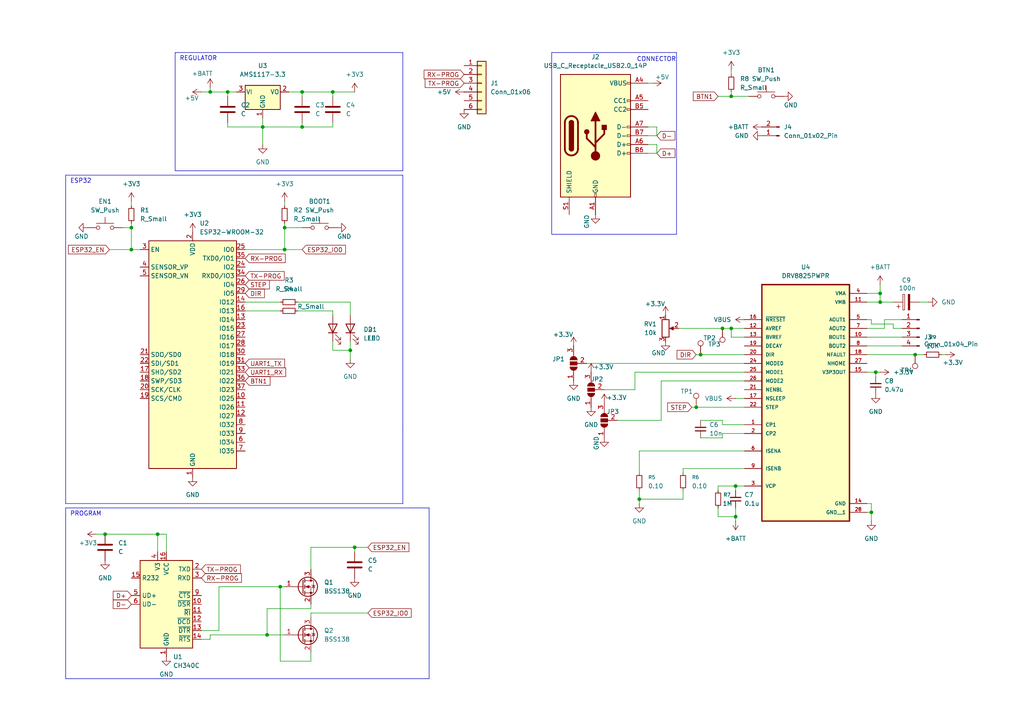
<source format=kicad_sch>
(kicad_sch (version 20250114) (generator "eeschema") (generator_version "9.0")
  (paper "A4")
  (lib_symbols
    (symbol "Connector:Conn_01x02_Pin" (pin_names (offset 1.016) (hide yes))
      (property "Reference" "J" (at 0 2.54 0))
      (property "Value" "Conn_01x02_Pin" (at 0 -5.08 0))
      (symbol "Conn_01x02_Pin_1_1"
        (pin passive line (at 5.08 0 180) (length 3.81) (name "Pin_1") (number "1"))
        (pin passive line (at 5.08 -2.54 180) (length 3.81) (name "Pin_2") (number "2"))
      )
    )
    (symbol "Connector:Conn_01x04_Pin" (pin_names (offset 1.016) (hide yes))
      (property "Reference" "J" (at 0 5.08 0))
      (property "Value" "Conn_01x04_Pin" (at 0 -7.62 0))
      (symbol "Conn_01x04_Pin_1_1"
        (pin passive line (at 5.08 2.54 180) (length 3.81) (name "Pin_1") (number "1"))
        (pin passive line (at 5.08 0 180) (length 3.81) (name "Pin_2") (number "2"))
        (pin passive line (at 5.08 -2.54 180) (length 3.81) (name "Pin_3") (number "3"))
        (pin passive line (at 5.08 -5.08 180) (length 3.81) (name "Pin_4") (number "4"))
      )
    )
    (symbol "Connector:TestPoint" (pin_numbers (hide yes)) (pin_names (offset 0.762) (hide yes))
      (property "Reference" "TP" (at 0 6.858 0))
      (property "Value" "TestPoint" (at 0 5.08 0))
      (symbol "TestPoint_1_1"
        (pin passive line (at 0 0 90) (length 2.54) (name "1") (number "1"))
      )
    )
    (symbol "Connector:USB_C_Receptacle_USB2.0_14P" (pin_names (offset 1.016))
      (property "Reference" "J" (at 0 22.225 0))
      (property "Value" "USB_C_Receptacle_USB2.0_14P" (at 0 19.685 0))
      (symbol "USB_C_Receptacle_USB2.0_14P_1_1"
        (pin passive line (at -7.62 -22.86 90) (length 5.08) (name "SHIELD") (number "S1"))
        (pin passive line (at 0 -22.86 90) (length 5.08) (name "GND") (number "A1"))
        (pin passive line (at 0 -22.86 90) (length 5.08) (hide yes) (name "GND") (number "A12"))
        (pin passive line (at 0 -22.86 90) (length 5.08) (hide yes) (name "GND") (number "B1"))
        (pin passive line (at 0 -22.86 90) (length 5.08) (hide yes) (name "GND") (number "B12"))
        (pin passive line (at 15.24 15.24 180) (length 5.08) (name "VBUS") (number "A4"))
        (pin passive line (at 15.24 15.24 180) (length 5.08) (hide yes) (name "VBUS") (number "A9"))
        (pin passive line (at 15.24 15.24 180) (length 5.08) (hide yes) (name "VBUS") (number "B4"))
        (pin passive line (at 15.24 15.24 180) (length 5.08) (hide yes) (name "VBUS") (number "B9"))
        (pin bidirectional line (at 15.24 10.16 180) (length 5.08) (name "CC1") (number "A5"))
        (pin bidirectional line (at 15.24 7.62 180) (length 5.08) (name "CC2") (number "B5"))
        (pin bidirectional line (at 15.24 2.54 180) (length 5.08) (name "D-") (number "A7"))
        (pin bidirectional line (at 15.24 0 180) (length 5.08) (name "D-") (number "B7"))
        (pin bidirectional line (at 15.24 -2.54 180) (length 5.08) (name "D+") (number "A6"))
        (pin bidirectional line (at 15.24 -5.08 180) (length 5.08) (name "D+") (number "B6"))
      )
    )
    (symbol "Connector_Generic:Conn_01x06" (pin_names (offset 1.016) (hide yes))
      (property "Reference" "J" (at 0 7.62 0))
      (property "Value" "Conn_01x06" (at 0 -10.16 0))
      (symbol "Conn_01x06_1_1"
        (pin passive line (at -5.08 5.08 0) (length 3.81) (name "Pin_1") (number "1"))
        (pin passive line (at -5.08 2.54 0) (length 3.81) (name "Pin_2") (number "2"))
        (pin passive line (at -5.08 0 0) (length 3.81) (name "Pin_3") (number "3"))
        (pin passive line (at -5.08 -2.54 0) (length 3.81) (name "Pin_4") (number "4"))
        (pin passive line (at -5.08 -5.08 0) (length 3.81) (name "Pin_5") (number "5"))
        (pin passive line (at -5.08 -7.62 0) (length 3.81) (name "Pin_6") (number "6"))
      )
    )
    (symbol "DRV8825:DRV8825PWPR" (pin_names (offset 1.016))
      (property "Reference" "U" (at -12.7 34.02 0))
      (property "Value" "DRV8825PWPR" (at -12.7 -39.56 0))
      (symbol "DRV8825PWPR_0_0"
        (pin input line (at -17.78 22.86 0) (length 5.08) (name "~{NRESET}") (number "16"))
        (pin input line (at -17.78 20.32 0) (length 5.08) (name "AVREF") (number "12"))
        (pin input line (at -17.78 17.78 0) (length 5.08) (name "BVREF") (number "13"))
        (pin input line (at -17.78 15.24 0) (length 5.08) (name "DECAY") (number "19"))
        (pin input line (at -17.78 12.7 0) (length 5.08) (name "DIR") (number "20"))
        (pin input line (at -17.78 10.16 0) (length 5.08) (name "MODE0") (number "24"))
        (pin input line (at -17.78 7.62 0) (length 5.08) (name "MODE1") (number "25"))
        (pin input line (at -17.78 5.08 0) (length 5.08) (name "MODE2") (number "26"))
        (pin input line (at -17.78 2.54 0) (length 5.08) (name "NENBL") (number "21"))
        (pin input line (at -17.78 0 0) (length 5.08) (name "NSLEEP") (number "17"))
        (pin input line (at -17.78 -2.54 0) (length 5.08) (name "STEP") (number "22"))
        (pin bidirectional line (at -17.78 -7.62 0) (length 5.08) (name "CP1") (number "1"))
        (pin bidirectional line (at -17.78 -10.16 0) (length 5.08) (name "CP2") (number "2"))
        (pin bidirectional line (at -17.78 -15.24 0) (length 5.08) (name "ISENA") (number "6"))
        (pin bidirectional line (at -17.78 -20.32 0) (length 5.08) (name "ISENB") (number "9"))
        (pin bidirectional line (at -17.78 -25.4 0) (length 5.08) (name "VCP") (number "3"))
        (pin power_in line (at 17.78 30.48 180) (length 5.08) (name "VMA") (number "4"))
        (pin power_in line (at 17.78 27.94 180) (length 5.08) (name "VMB") (number "11"))
        (pin output line (at 17.78 22.86 180) (length 5.08) (name "AOUT1") (number "5"))
        (pin output line (at 17.78 20.32 180) (length 5.08) (name "AOUT2") (number "7"))
        (pin output line (at 17.78 17.78 180) (length 5.08) (name "BOUT1") (number "10"))
        (pin output line (at 17.78 15.24 180) (length 5.08) (name "BOUT2") (number "8"))
        (pin output line (at 17.78 12.7 180) (length 5.08) (name "NFAULT") (number "18"))
        (pin output line (at 17.78 10.16 180) (length 5.08) (name "NHOME") (number "27"))
        (pin output line (at 17.78 7.62 180) (length 5.08) (name "V3P3OUT") (number "15"))
        (pin power_in line (at 17.78 -30.48 180) (length 5.08) (name "GND") (number "14"))
        (pin power_in line (at 17.78 -33.02 180) (length 5.08) (name "GND__1") (number "28"))
      )
    )
    (symbol "Device:C" (pin_numbers (hide yes)) (pin_names (offset 0.254))
      (property "Reference" "C" (at 0.635 2.54 0))
      (property "Value" "C" (at 0.635 -2.54 0))
      (symbol "C_1_1"
        (pin passive line (at 0 3.81 270) (length 2.794) (name "~") (number "1"))
        (pin passive line (at 0 -3.81 90) (length 2.794) (name "~") (number "2"))
      )
    )
    (symbol "Device:C_Polarized" (pin_numbers (hide yes)) (pin_names (offset 0.254))
      (property "Reference" "C" (at 0.635 2.54 0))
      (property "Value" "C_Polarized" (at 0.635 -2.54 0))
      (symbol "C_Polarized_1_1"
        (pin passive line (at 0 3.81 270) (length 2.794) (name "~") (number "1"))
        (pin passive line (at 0 -3.81 90) (length 2.794) (name "~") (number "2"))
      )
    )
    (symbol "Device:C_Small" (pin_numbers (hide yes)) (pin_names (offset 0.254) (hide yes))
      (property "Reference" "C" (at 0.254 1.778 0))
      (property "Value" "C_Small" (at 0.254 -2.032 0))
      (symbol "C_Small_1_1"
        (pin passive line (at 0 2.54 270) (length 2.032) (name "~") (number "1"))
        (pin passive line (at 0 -2.54 90) (length 2.032) (name "~") (number "2"))
      )
    )
    (symbol "Device:LED" (pin_numbers (hide yes)) (pin_names (offset 1.016) (hide yes))
      (property "Reference" "D" (at 0 2.54 0))
      (property "Value" "LED" (at 0 -2.54 0))
      (symbol "LED_1_1"
        (pin passive line (at -3.81 0 0) (length 2.54) (name "K") (number "1"))
        (pin passive line (at 3.81 0 180) (length 2.54) (name "A") (number "2"))
      )
    )
    (symbol "Device:R_Potentiometer" (pin_names (offset 1.016) (hide yes))
      (property "Reference" "RV" (at -4.445 0 90))
      (property "Value" "R_Potentiometer" (at -2.54 0 90))
      (symbol "R_Potentiometer_1_1"
        (pin passive line (at 0 3.81 270) (length 1.27) (name "1") (number "1"))
        (pin passive line (at 0 -3.81 90) (length 1.27) (name "3") (number "3"))
        (pin passive line (at 3.81 0 180) (length 1.27) (name "2") (number "2"))
      )
    )
    (symbol "Device:R_Small" (pin_numbers (hide yes)) (pin_names (offset 0.254) (hide yes))
      (property "Reference" "R" (at 0.762 0.508 0))
      (property "Value" "R_Small" (at 0.762 -1.016 0))
      (symbol "R_Small_1_1"
        (pin passive line (at 0 2.54 270) (length 0.762) (name "~") (number "1"))
        (pin passive line (at 0 -2.54 90) (length 0.762) (name "~") (number "2"))
      )
    )
    (symbol "Interface_USB:CH340C"
      (property "Reference" "U" (at -5.08 13.97 0))
      (property "Value" "CH340C" (at 1.27 13.97 0))
      (symbol "CH340C_1_1"
        (pin input line (at -10.16 7.62 0) (length 2.54) (name "R232") (number "15"))
        (pin bidirectional line (at -10.16 2.54 0) (length 2.54) (name "UD+") (number "5"))
        (pin bidirectional line (at -10.16 0 0) (length 2.54) (name "UD-") (number "6"))
        (pin no_connect line (at -7.62 -7.62 0) (length 2.54) (hide yes) (name "NC") (number "7"))
        (pin no_connect line (at -7.62 -10.16 0) (length 2.54) (hide yes) (name "NC") (number "8"))
        (pin passive line (at -2.54 15.24 270) (length 2.54) (name "V3") (number "4"))
        (pin power_in line (at 0 15.24 270) (length 2.54) (name "VCC") (number "16"))
        (pin power_in line (at 0 -15.24 90) (length 2.54) (name "GND") (number "1"))
        (pin output line (at 10.16 10.16 180) (length 2.54) (name "TXD") (number "2"))
        (pin input line (at 10.16 7.62 180) (length 2.54) (name "RXD") (number "3"))
        (pin input line (at 10.16 2.54 180) (length 2.54) (name "~{CTS}") (number "9"))
        (pin input line (at 10.16 0 180) (length 2.54) (name "~{DSR}") (number "10"))
        (pin input line (at 10.16 -2.54 180) (length 2.54) (name "~{RI}") (number "11"))
        (pin input line (at 10.16 -5.08 180) (length 2.54) (name "~{DCD}") (number "12"))
        (pin output line (at 10.16 -7.62 180) (length 2.54) (name "~{DTR}") (number "13"))
        (pin output line (at 10.16 -10.16 180) (length 2.54) (name "~{RTS}") (number "14"))
      )
    )
    (symbol "Jumper:SolderJumper_3_Open" (pin_names (offset 0) (hide yes)) (in_bom no)
      (property "Reference" "JP" (at -2.54 -2.54 0))
      (property "Value" "SolderJumper_3_Open" (at 0 2.794 0))
      (symbol "SolderJumper_3_Open_1_1"
        (pin passive line (at -5.08 0 0) (length 2.54) (name "A") (number "1"))
        (pin passive line (at 0 -3.81 90) (length 2.54) (name "C") (number "2"))
        (pin passive line (at 5.08 0 180) (length 2.54) (name "B") (number "3"))
      )
    )
    (symbol "RF_Module:ESP32-WROOM-32"
      (property "Reference" "U" (at -12.7 34.29 0))
      (property "Value" "ESP32-WROOM-32" (at 1.27 34.29 0))
      (symbol "ESP32-WROOM-32_1_1"
        (pin input line (at -15.24 30.48 0) (length 2.54) (name "EN") (number "3"))
        (pin input line (at -15.24 25.4 0) (length 2.54) (name "SENSOR_VP") (number "4"))
        (pin input line (at -15.24 22.86 0) (length 2.54) (name "SENSOR_VN") (number "5"))
        (pin bidirectional line (at -15.24 0 0) (length 2.54) (name "SDO/SD0") (number "21"))
        (pin bidirectional line (at -15.24 -2.54 0) (length 2.54) (name "SDI/SD1") (number "22"))
        (pin bidirectional line (at -15.24 -5.08 0) (length 2.54) (name "SHD/SD2") (number "17"))
        (pin bidirectional line (at -15.24 -7.62 0) (length 2.54) (name "SWP/SD3") (number "18"))
        (pin bidirectional line (at -15.24 -10.16 0) (length 2.54) (name "SCK/CLK") (number "20"))
        (pin bidirectional line (at -15.24 -12.7 0) (length 2.54) (name "SCS/CMD") (number "19"))
        (pin no_connect line (at -12.7 -27.94 0) (length 2.54) (hide yes) (name "NC") (number "32"))
        (pin power_in line (at 0 35.56 270) (length 2.54) (name "VDD") (number "2"))
        (pin power_in line (at 0 -35.56 90) (length 2.54) (name "GND") (number "1"))
        (pin passive line (at 0 -35.56 90) (length 2.54) (hide yes) (name "GND") (number "15"))
        (pin passive line (at 0 -35.56 90) (length 2.54) (hide yes) (name "GND") (number "38"))
        (pin passive line (at 0 -35.56 90) (length 2.54) (hide yes) (name "GND") (number "39"))
        (pin bidirectional line (at 15.24 30.48 180) (length 2.54) (name "IO0") (number "25"))
        (pin bidirectional line (at 15.24 27.94 180) (length 2.54) (name "TXD0/IO1") (number "35"))
        (pin bidirectional line (at 15.24 25.4 180) (length 2.54) (name "IO2") (number "24"))
        (pin bidirectional line (at 15.24 22.86 180) (length 2.54) (name "RXD0/IO3") (number "34"))
        (pin bidirectional line (at 15.24 20.32 180) (length 2.54) (name "IO4") (number "26"))
        (pin bidirectional line (at 15.24 17.78 180) (length 2.54) (name "IO5") (number "29"))
        (pin bidirectional line (at 15.24 15.24 180) (length 2.54) (name "IO12") (number "14"))
        (pin bidirectional line (at 15.24 12.7 180) (length 2.54) (name "IO13") (number "16"))
        (pin bidirectional line (at 15.24 10.16 180) (length 2.54) (name "IO14") (number "13"))
        (pin bidirectional line (at 15.24 7.62 180) (length 2.54) (name "IO15") (number "23"))
        (pin bidirectional line (at 15.24 5.08 180) (length 2.54) (name "IO16") (number "27"))
        (pin bidirectional line (at 15.24 2.54 180) (length 2.54) (name "IO17") (number "28"))
        (pin bidirectional line (at 15.24 0 180) (length 2.54) (name "IO18") (number "30"))
        (pin bidirectional line (at 15.24 -2.54 180) (length 2.54) (name "IO19") (number "31"))
        (pin bidirectional line (at 15.24 -5.08 180) (length 2.54) (name "IO21") (number "33"))
        (pin bidirectional line (at 15.24 -7.62 180) (length 2.54) (name "IO22") (number "36"))
        (pin bidirectional line (at 15.24 -10.16 180) (length 2.54) (name "IO23") (number "37"))
        (pin bidirectional line (at 15.24 -12.7 180) (length 2.54) (name "IO25") (number "10"))
        (pin bidirectional line (at 15.24 -15.24 180) (length 2.54) (name "IO26") (number "11"))
        (pin bidirectional line (at 15.24 -17.78 180) (length 2.54) (name "IO27") (number "12"))
        (pin bidirectional line (at 15.24 -20.32 180) (length 2.54) (name "IO32") (number "8"))
        (pin bidirectional line (at 15.24 -22.86 180) (length 2.54) (name "IO33") (number "9"))
        (pin input line (at 15.24 -25.4 180) (length 2.54) (name "IO34") (number "6"))
        (pin input line (at 15.24 -27.94 180) (length 2.54) (name "IO35") (number "7"))
      )
    )
    (symbol "Regulator_Linear:AMS1117-3.3" (pin_names (offset 0.254))
      (property "Reference" "U" (at -3.81 3.175 0))
      (property "Value" "AMS1117-3.3" (at 0 3.175 0))
      (symbol "AMS1117-3.3_1_1"
        (pin power_in line (at -7.62 0 0) (length 2.54) (name "VI") (number "3"))
        (pin power_in line (at 0 -7.62 90) (length 2.54) (name "GND") (number "1"))
        (pin power_out line (at 7.62 0 180) (length 2.54) (name "VO") (number "2"))
      )
    )
    (symbol "Switch:SW_Push" (pin_numbers (hide yes)) (pin_names (offset 1.016) (hide yes))
      (property "Reference" "SW" (at 1.27 2.54 0))
      (property "Value" "SW_Push" (at 0 -1.524 0))
      (symbol "SW_Push_0_1"
        (pin passive line (at -5.08 0 0) (length 2.54) (name "1") (number "1"))
        (pin passive line (at 5.08 0 180) (length 2.54) (name "2") (number "2"))
      )
    )
    (symbol "Transistor_FET:BSS138" (pin_names (hide yes))
      (property "Reference" "Q" (at 5.08 1.905 0))
      (property "Value" "BSS138" (at 5.08 0 0))
      (symbol "BSS138_1_1"
        (pin input line (at -5.08 0 0) (length 2.54) (name "G") (number "1"))
        (pin passive line (at 2.54 5.08 270) (length 2.54) (name "D") (number "3"))
        (pin passive line (at 2.54 -5.08 90) (length 2.54) (name "S") (number "2"))
      )
    )
    (symbol "power:+3.3V" (power) (pin_numbers (hide yes)) (pin_names (offset 0) (hide yes))
      (property "Value" "+3.3V" (at 0 3.556 0))
      (symbol "+3.3V_1_1"
        (pin power_in line (at 0 0 90) (length 0) (name "~") (number "1"))
      )
    )
    (symbol "power:+3V3" (power) (pin_names (offset 0))
      (property "Value" "+3V3" (at 0 3.556 0))
      (symbol "+3V3_1_1"
        (pin power_in line (at 0 0 90) (length 0) (hide yes) (name "+3V3") (number "1"))
      )
    )
    (symbol "power:+5V" (power) (pin_numbers (hide yes)) (pin_names (offset 0) (hide yes))
      (property "Value" "+5V" (at 0 3.556 0))
      (symbol "+5V_1_1"
        (pin power_in line (at 0 0 90) (length 0) (name "~") (number "1"))
      )
    )
    (symbol "power:+BATT" (power) (pin_numbers (hide yes)) (pin_names (offset 0) (hide yes))
      (property "Value" "+BATT" (at 0 3.556 0))
      (symbol "+BATT_1_1"
        (pin power_in line (at 0 0 90) (length 0) (name "~") (number "1"))
      )
    )
    (symbol "power:GND" (power) (pin_numbers (hide yes)) (pin_names (offset 0) (hide yes))
      (property "Value" "GND" (at 0 -3.81 0))
      (symbol "GND_1_1"
        (pin power_in line (at 0 0 270) (length 0) (name "~") (number "1"))
      )
    )
    (symbol "power:VBUS" (power) (pin_numbers (hide yes)) (pin_names (offset 0) (hide yes))
      (property "Value" "VBUS" (at 0 3.556 0))
      (symbol "VBUS_1_1"
        (pin power_in line (at 0 0 90) (length 0) (name "~") (number "1"))
      )
    )
  )
  (text "REGULATOR" (at 52.07 17.78 0) (effects (font (size 1.27 1.27)) (justify left bottom)))
  (text "ESP32\n" (at 20.32 53.34 0) (effects (font (size 1.27 1.27)) (justify left bottom)))
  (text "PROGRAM" (at 20.32 149.86 0) (effects (font (size 1.27 1.27)) (justify left bottom)))
  (text "CONNECTOR" (at 184.658 18.034 0) (effects (font (size 1.27 1.27)) (justify left bottom)))
  (junction (at 96.52 26.67))
  (junction (at 81.28 170.18))
  (junction (at 254 107.95))
  (junction (at 213.36 140.97))
  (junction (at 87.63 26.67))
  (junction (at 201.93 118.11))
  (junction (at 185.42 144.78))
  (junction (at 30.48 154.94))
  (junction (at 87.63 36.83))
  (junction (at 212.09 95.25))
  (junction (at 82.55 72.39))
  (junction (at 203.2 102.87))
  (junction (at 101.6 101.6))
  (junction (at 66.04 26.67))
  (junction (at 45.72 154.94))
  (junction (at 213.36 149.86))
  (junction (at 255.27 87.63))
  (junction (at 102.87 158.75))
  (junction (at 212.09 27.94))
  (junction (at 38.1 66.04))
  (junction (at 265.43 102.87))
  (junction (at 38.1 72.39))
  (junction (at 76.2 36.83))
  (junction (at 77.47 184.15))
  (junction (at 82.55 66.04))
  (junction (at 60.96 26.67))
  (junction (at 209.55 95.25))
  (junction (at 255.27 85.09))
  (junction (at 252.73 148.59))
  (wire (pts (xy 87.63 36.83) (xy 76.2 36.83)))
  (wire (pts (xy 63.5 170.18) (xy 81.28 170.18)))
  (wire (pts (xy 48.26 154.94) (xy 45.72 154.94)))
  (wire (pts (xy 96.52 90.17) (xy 96.52 91.44)))
  (wire (pts (xy 90.17 177.8) (xy 106.68 177.8)))
  (wire (pts (xy 187.96 24.13) (xy 189.23 24.13)))
  (wire (pts (xy 185.42 144.78) (xy 198.12 144.78)))
  (wire (pts (xy 58.42 185.42) (xy 60.96 185.42)))
  (wire (pts (xy 82.55 72.39) (xy 71.12 72.39)))
  (wire (pts (xy 208.28 149.86) (xy 213.36 149.86)))
  (wire (pts (xy 82.55 184.15) (xy 77.47 184.15)))
  (wire (pts (xy 215.9 123.19) (xy 209.55 123.19)))
  (wire (pts (xy 252.73 148.59) (xy 252.73 151.13)))
  (polyline (pts (xy 50.8 15.24) (xy 116.84 15.24)))
  (polyline (pts (xy 19.05 196.85) (xy 124.46 196.85)))
  (wire (pts (xy 76.2 34.29) (xy 76.2 36.83)))
  (wire (pts (xy 63.5 170.18) (xy 63.5 182.88)))
  (wire (pts (xy 38.1 72.39) (xy 40.64 72.39)))
  (wire (pts (xy 252.73 93.98) (xy 252.73 92.71)))
  (wire (pts (xy 213.36 140.97) (xy 215.9 140.97)))
  (wire (pts (xy 198.12 142.24) (xy 198.12 144.78)))
  (wire (pts (xy 251.46 85.09) (xy 255.27 85.09)))
  (wire (pts (xy 215.9 130.81) (xy 185.42 130.81)))
  (wire (pts (xy 256.54 95.25) (xy 256.54 92.71)))
  (polyline (pts (xy 19.05 147.32) (xy 19.05 196.85)))
  (wire (pts (xy 90.17 189.23) (xy 90.17 191.77)))
  (wire (pts (xy 254 109.22) (xy 254 107.95)))
  (polyline (pts (xy 196.215 15.24) (xy 160.02 15.24)))
  (wire (pts (xy 201.93 118.11) (xy 215.9 118.11)))
  (wire (pts (xy 48.26 160.02) (xy 48.26 154.94)))
  (wire (pts (xy 209.55 95.25) (xy 212.09 95.25)))
  (polyline (pts (xy 116.84 50.8) (xy 19.05 50.8)))
  (wire (pts (xy 187.96 44.45) (xy 190.5 44.45)))
  (wire (pts (xy 31.75 72.39) (xy 38.1 72.39)))
  (wire (pts (xy 190.5 36.83) (xy 190.5 39.37)))
  (wire (pts (xy 212.09 95.25) (xy 215.9 95.25)))
  (wire (pts (xy 200.66 118.11) (xy 201.93 118.11)))
  (wire (pts (xy 251.46 148.59) (xy 252.73 148.59)))
  (wire (pts (xy 266.7 87.63) (xy 269.24 87.63)))
  (polyline (pts (xy 160.02 15.24) (xy 160.02 67.945)))
  (wire (pts (xy 81.28 191.77) (xy 81.28 170.18)))
  (wire (pts (xy 196.85 95.25) (xy 209.55 95.25)))
  (wire (pts (xy 212.09 20.32) (xy 212.09 21.59)))
  (wire (pts (xy 86.36 90.17) (xy 96.52 90.17)))
  (wire (pts (xy 187.96 39.37) (xy 190.5 39.37)))
  (wire (pts (xy 208.28 27.94) (xy 212.09 27.94)))
  (wire (pts (xy 259.08 95.25) (xy 259.08 93.98)))
  (wire (pts (xy 259.08 93.98) (xy 252.73 93.98)))
  (wire (pts (xy 251.46 102.87) (xy 265.43 102.87)))
  (wire (pts (xy 87.63 72.39) (xy 82.55 72.39)))
  (wire (pts (xy 102.87 158.75) (xy 102.87 160.02)))
  (polyline (pts (xy 50.8 49.53) (xy 50.8 15.24)))
  (wire (pts (xy 38.1 64.77) (xy 38.1 66.04)))
  (wire (pts (xy 38.1 66.04) (xy 35.56 66.04)))
  (wire (pts (xy 96.52 101.6) (xy 101.6 101.6)))
  (polyline (pts (xy 124.46 147.32) (xy 19.05 147.32)))
  (wire (pts (xy 90.17 176.53) (xy 77.47 176.53)))
  (wire (pts (xy 254 107.95) (xy 251.46 107.95)))
  (polyline (pts (xy 116.84 15.24) (xy 116.84 49.53)))
  (wire (pts (xy 212.09 95.25) (xy 212.09 97.79)))
  (wire (pts (xy 255.27 87.63) (xy 251.46 87.63)))
  (wire (pts (xy 90.17 165.1) (xy 90.17 158.75)))
  (wire (pts (xy 101.6 99.06) (xy 101.6 101.6)))
  (wire (pts (xy 251.46 95.25) (xy 256.54 95.25)))
  (wire (pts (xy 45.72 160.02) (xy 45.72 154.94)))
  (wire (pts (xy 215.9 107.95) (xy 184.15 107.95)))
  (wire (pts (xy 96.52 26.67) (xy 102.87 26.67)))
  (wire (pts (xy 82.55 72.39) (xy 82.55 66.04)))
  (polyline (pts (xy 196.215 67.945) (xy 196.215 15.24)))
  (wire (pts (xy 90.17 158.75) (xy 102.87 158.75)))
  (wire (pts (xy 90.17 175.26) (xy 90.17 176.53)))
  (wire (pts (xy 102.87 158.75) (xy 106.68 158.75)))
  (polyline (pts (xy 116.84 124.46) (xy 116.84 146.05)))
  (wire (pts (xy 213.36 142.24) (xy 213.36 140.97)))
  (wire (pts (xy 81.28 170.18) (xy 82.55 170.18)))
  (wire (pts (xy 82.55 58.42) (xy 82.55 59.69)))
  (polyline (pts (xy 124.46 196.85) (xy 124.46 147.32)))
  (polyline (pts (xy 19.05 146.05) (xy 116.84 146.05)))
  (wire (pts (xy 66.04 36.83) (xy 76.2 36.83)))
  (wire (pts (xy 87.63 27.94) (xy 87.63 26.67)))
  (wire (pts (xy 175.26 113.03) (xy 184.15 113.03)))
  (wire (pts (xy 60.96 185.42) (xy 60.96 184.15)))
  (polyline (pts (xy 19.05 50.8) (xy 19.05 146.05)))
  (wire (pts (xy 66.04 26.67) (xy 68.58 26.67)))
  (wire (pts (xy 83.82 26.67) (xy 87.63 26.67)))
  (wire (pts (xy 77.47 176.53) (xy 77.47 184.15)))
  (wire (pts (xy 203.2 127) (xy 209.55 127)))
  (wire (pts (xy 265.43 102.87) (xy 267.97 102.87)))
  (wire (pts (xy 215.9 125.73) (xy 209.55 125.73)))
  (wire (pts (xy 212.09 26.67) (xy 212.09 27.94)))
  (wire (pts (xy 185.42 130.81) (xy 185.42 137.16)))
  (wire (pts (xy 66.04 35.56) (xy 66.04 36.83)))
  (wire (pts (xy 101.6 87.63) (xy 101.6 91.44)))
  (wire (pts (xy 179.07 121.92) (xy 191.77 121.92)))
  (wire (pts (xy 213.36 149.86) (xy 213.36 147.32)))
  (wire (pts (xy 90.17 191.77) (xy 81.28 191.77)))
  (wire (pts (xy 191.77 110.49) (xy 215.9 110.49)))
  (wire (pts (xy 185.42 144.78) (xy 185.42 146.05)))
  (wire (pts (xy 101.6 101.6) (xy 101.6 104.14)))
  (wire (pts (xy 86.36 87.63) (xy 101.6 87.63)))
  (wire (pts (xy 261.62 95.25) (xy 259.08 95.25)))
  (wire (pts (xy 213.36 115.57) (xy 215.9 115.57)))
  (polyline (pts (xy 116.84 124.46) (xy 116.84 50.8)))
  (wire (pts (xy 60.96 25.4) (xy 60.96 26.67)))
  (wire (pts (xy 96.52 35.56) (xy 96.52 36.83)))
  (polyline (pts (xy 116.84 49.53) (xy 50.8 49.53)))
  (wire (pts (xy 254 107.95) (xy 255.27 107.95)))
  (wire (pts (xy 209.55 125.73) (xy 209.55 127)))
  (wire (pts (xy 203.2 102.87) (xy 215.9 102.87)))
  (wire (pts (xy 90.17 179.07) (xy 90.17 177.8)))
  (wire (pts (xy 212.09 27.94) (xy 217.17 27.94)))
  (wire (pts (xy 87.63 35.56) (xy 87.63 36.83)))
  (wire (pts (xy 27.94 154.94) (xy 30.48 154.94)))
  (wire (pts (xy 38.1 58.42) (xy 38.1 59.69)))
  (wire (pts (xy 60.96 26.67) (xy 66.04 26.67)))
  (wire (pts (xy 30.48 154.94) (xy 45.72 154.94)))
  (wire (pts (xy 203.2 121.92) (xy 209.55 121.92)))
  (wire (pts (xy 184.15 107.95) (xy 184.15 113.03)))
  (wire (pts (xy 213.36 151.13) (xy 213.36 149.86)))
  (wire (pts (xy 96.52 99.06) (xy 96.52 101.6)))
  (wire (pts (xy 255.27 85.09) (xy 255.27 87.63)))
  (wire (pts (xy 208.28 147.32) (xy 208.28 149.86)))
  (wire (pts (xy 76.2 36.83) (xy 76.2 41.91)))
  (wire (pts (xy 215.9 97.79) (xy 212.09 97.79)))
  (wire (pts (xy 255.27 87.63) (xy 259.08 87.63)))
  (wire (pts (xy 209.55 123.19) (xy 209.55 121.92)))
  (wire (pts (xy 58.42 26.67) (xy 60.96 26.67)))
  (wire (pts (xy 190.5 41.91) (xy 190.5 44.45)))
  (wire (pts (xy 251.46 100.33) (xy 261.62 100.33)))
  (wire (pts (xy 87.63 26.67) (xy 96.52 26.67)))
  (wire (pts (xy 198.12 135.89) (xy 198.12 137.16)))
  (wire (pts (xy 96.52 27.94) (xy 96.52 26.67)))
  (wire (pts (xy 96.52 36.83) (xy 87.63 36.83)))
  (wire (pts (xy 251.46 97.79) (xy 261.62 97.79)))
  (wire (pts (xy 252.73 146.05) (xy 252.73 148.59)))
  (wire (pts (xy 255.27 82.55) (xy 255.27 85.09)))
  (wire (pts (xy 82.55 64.77) (xy 82.55 66.04)))
  (wire (pts (xy 187.96 41.91) (xy 190.5 41.91)))
  (wire (pts (xy 215.9 135.89) (xy 198.12 135.89)))
  (wire (pts (xy 71.12 87.63) (xy 81.28 87.63)))
  (wire (pts (xy 38.1 72.39) (xy 38.1 66.04)))
  (wire (pts (xy 66.04 26.67) (xy 66.04 27.94)))
  (wire (pts (xy 251.46 146.05) (xy 252.73 146.05)))
  (wire (pts (xy 60.96 184.15) (xy 77.47 184.15)))
  (wire (pts (xy 273.05 102.87) (xy 274.32 102.87)))
  (wire (pts (xy 82.55 66.04) (xy 87.63 66.04)))
  (wire (pts (xy 208.28 140.97) (xy 213.36 140.97)))
  (wire (pts (xy 185.42 142.24) (xy 185.42 144.78)))
  (wire (pts (xy 191.77 121.92) (xy 191.77 110.49)))
  (polyline (pts (xy 160.02 67.945) (xy 196.215 67.945)))
  (wire (pts (xy 252.73 92.71) (xy 251.46 92.71)))
  (wire (pts (xy 170.18 105.41) (xy 215.9 105.41)))
  (wire (pts (xy 201.93 102.87) (xy 203.2 102.87)))
  (wire (pts (xy 187.96 36.83) (xy 190.5 36.83)))
  (wire (pts (xy 58.42 182.88) (xy 63.5 182.88)))
  (wire (pts (xy 256.54 92.71) (xy 261.62 92.71)))
  (wire (pts (xy 208.28 142.24) (xy 208.28 140.97)))
  (wire (pts (xy 71.12 90.17) (xy 81.28 90.17)))
  (global_label "BTN1" (shape input) (at 71.12 110.49 0) (property "Intersheetrefs" "${INTERSHEET_REFS}" (effects (hide yes))))
  (global_label "D-" (shape input) (at 38.1 175.26 180) (property "Intersheetrefs" "${INTERSHEET_REFS}" (effects (hide yes))))
  (global_label "STEP" (shape input) (at 71.12 82.55 0) (property "Intersheetrefs" "${INTERSHEET_REFS}" (effects (hide yes))))
  (global_label "ESP32_IO0" (shape input) (at 87.63 72.39 0) (property "Intersheetrefs" "${INTERSHEET_REFS}" (effects (hide yes))))
  (global_label "UART1_RX" (shape input) (at 71.12 107.95 0) (property "Intersheetrefs" "${INTERSHEET_REFS}" (effects (hide yes))))
  (global_label "ESP32_EN" (shape input) (at 106.68 158.75 0) (property "Intersheetrefs" "${INTERSHEET_REFS}" (effects (hide yes))))
  (global_label "DIR" (shape input) (at 71.12 85.09 0) (property "Intersheetrefs" "${INTERSHEET_REFS}" (effects (hide yes))))
  (global_label "TX-PROG" (shape input) (at 71.12 80.01 0) (property "Intersheetrefs" "${INTERSHEET_REFS}" (effects (hide yes))))
  (global_label "D+" (shape input) (at 190.5 44.45 0) (property "Intersheetrefs" "${INTERSHEET_REFS}" (effects (hide yes))))
  (global_label "UART1_TX" (shape input) (at 71.12 105.41 0) (property "Intersheetrefs" "${INTERSHEET_REFS}" (effects (hide yes))))
  (global_label "ESP32_IO0" (shape input) (at 106.68 177.8 0) (property "Intersheetrefs" "${INTERSHEET_REFS}" (effects (hide yes))))
  (global_label "RX-PROG" (shape input) (at 134.62 21.59 180) (property "Intersheetrefs" "${INTERSHEET_REFS}" (effects (hide yes))))
  (global_label "D+" (shape input) (at 38.1 172.72 180) (property "Intersheetrefs" "${INTERSHEET_REFS}" (effects (hide yes))))
  (global_label "BTN1" (shape input) (at 208.28 27.94 180) (property "Intersheetrefs" "${INTERSHEET_REFS}" (effects (hide yes))))
  (global_label "STEP" (shape input) (at 200.66 118.11 180) (property "Intersheetrefs" "${INTERSHEET_REFS}" (effects (hide yes))))
  (global_label "TX-PROG" (shape input) (at 58.42 165.1 0) (property "Intersheetrefs" "${INTERSHEET_REFS}" (effects (hide yes))))
  (global_label "ESP32_EN" (shape input) (at 31.75 72.39 180) (property "Intersheetrefs" "${INTERSHEET_REFS}" (effects (hide yes))))
  (global_label "TX-PROG" (shape input) (at 134.62 24.13 180) (property "Intersheetrefs" "${INTERSHEET_REFS}" (effects (hide yes))))
  (global_label "D-" (shape input) (at 190.5 39.37 0) (property "Intersheetrefs" "${INTERSHEET_REFS}" (effects (hide yes))))
  (global_label "DIR" (shape input) (at 201.93 102.87 180) (property "Intersheetrefs" "${INTERSHEET_REFS}" (effects (hide yes))))
  (global_label "RX-PROG" (shape input) (at 58.42 167.64 0) (property "Intersheetrefs" "${INTERSHEET_REFS}" (effects (hide yes))))
  (global_label "RX-PROG" (shape input) (at 71.12 74.93 0) (property "Intersheetrefs" "${INTERSHEET_REFS}" (effects (hide yes))))
  (symbol (lib_id "Jumper:SolderJumper_3_Open") (at 166.37 105.41 90) (unit 1) (in_bom no)
    (property "Reference" "JP1" (at 163.83 104.1399 90) (effects (justify left)))
    (property "Value" "SolderJumper_3_Open" (effects (hide yes)))
    (property "Footprint" "Jumper:SolderJumper-3_P1.3mm_Open_RoundedPad1.0x1.5mm" (effects (hide yes)))
    (property "Description" "Solder Jumper, 3-pole, open" (effects (hide yes)))
  )
  (symbol (lib_id "power:+3.3V") (at 166.37 100.33 0) (unit 1)
    (property "Reference" "#PWR019" (effects (hide yes)))
    (property "Value" "+3.3V" (at 163.322 97.028 0))
    (property "Description" "Power symbol creates a global label with name \"+3.3V\"" (effects (hide yes)))
  )
  (symbol (lib_id "power:GND") (at 252.73 151.13 0) (unit 1)
    (property "Reference" "#PWR033" (effects (hide yes)))
    (property "Value" "GND" (at 252.73 156.21 0))
    (property "Description" "Power symbol creates a global label with name \"GND\" , ground" (effects (hide yes)))
  )
  (symbol (lib_id "Device:C_Small") (at 203.2 124.46 180) (unit 1)
    (property "Reference" "C6" (at 205.74 123.1835 0) (effects (justify right)))
    (property "Value" "10n" (at 205.74 125.7235 0) (effects (justify right)))
    (property "Footprint" "Capacitor_SMD:C_0603_1608Metric" (effects (hide yes)))
    (property "Description" "Unpolarized capacitor, small symbol" (effects (hide yes)))
  )
  (symbol (lib_id "power:GND") (at 76.2 41.91 0) (unit 1)
    (property "Reference" "#PWR09" (effects (hide yes)))
    (property "Value" "GND" (at 76.2 46.99 0))
  )
  (symbol (lib_id "Transistor_FET:BSS138") (at 87.63 184.15 0) (unit 1)
    (property "Reference" "Q2" (at 93.98 182.8799 0) (effects (justify left)))
    (property "Value" "BSS138" (at 93.98 185.4199 0) (effects (justify left)))
    (property "Footprint" "Package_TO_SOT_SMD:SOT-23" (effects (hide yes)))
    (property "Datasheet" "https://www.onsemi.com/pub/Collateral/BSS138-D.PDF" (effects (hide yes)))
    (property "LCSC" "C7420338" (effects (hide yes)))
  )
  (symbol (lib_id "power:+3V3") (at 55.88 67.31 0) (unit 1)
    (property "Reference" "#PWR07" (effects (hide yes)))
    (property "Value" "+3V3" (at 55.88 62.23 0))
  )
  (symbol (lib_id "power:GND") (at 220.98 39.37 270) (unit 1)
    (property "Reference" "#PWR039" (effects (hide yes)))
    (property "Value" "GND" (at 217.17 39.3699 90) (effects (justify right)))
    (property "Description" "Power symbol creates a global label with name \"GND\" , ground" (effects (hide yes)))
  )
  (symbol (lib_id "Interface_USB:CH340C") (at 48.26 175.26 0) (unit 1)
    (property "Reference" "U1" (at 50.2159 190.5 0) (effects (justify left)))
    (property "Value" "CH340C" (at 50.2159 193.04 0) (effects (justify left)))
    (property "Footprint" "Package_SO:SOIC-16_3.9x9.9mm_P1.27mm" (effects (hide yes)))
    (property "Datasheet" "https://datasheet.lcsc.com/szlcsc/Jiangsu-Qin-Heng-CH340C_C84681.pdf" (effects (hide yes)))
    (property "LCSC" "C84681" (effects (hide yes)))
  )
  (symbol (lib_id "power:+3.3V") (at 255.27 107.95 270) (unit 1)
    (property "Reference" "#PWR036" (effects (hide yes)))
    (property "Value" "+3.3V" (at 259.08 107.9499 90) (effects (justify left)))
    (property "Description" "Power symbol creates a global label with name \"+3.3V\"" (effects (hide yes)))
  )
  (symbol (lib_id "Connector:Conn_01x02_Pin") (at 226.06 39.37 180) (unit 1)
    (property "Reference" "J4" (at 227.33 36.8299 0) (effects (justify right)))
    (property "Value" "Conn_01x02_Pin" (at 227.33 39.3699 0) (effects (justify right)))
    (property "Footprint" "Connector_JST:JST_XH_B2B-XH-A_1x02_P2.50mm_Vertical" (effects (hide yes)))
    (property "Description" "Generic connector, single row, 01x02, script generated" (effects (hide yes)))
  )
  (symbol (lib_id "Device:C") (at 87.63 31.75 0) (unit 1)
    (property "Reference" "C3" (at 91.44 30.4799 0) (effects (justify left)))
    (property "Value" "C" (at 91.44 33.0199 0) (effects (justify left)))
    (property "Footprint" "Capacitor_SMD:C_0603_1608Metric" (effects (hide yes)))
    (property "LCSC" "C19702" (effects (hide yes)))
  )
  (symbol (lib_id "power:+BATT") (at 213.36 151.13 180) (unit 1)
    (property "Reference" "#PWR030" (effects (hide yes)))
    (property "Value" "+BATT" (at 213.36 156.21 0))
    (property "Description" "Power symbol creates a global label with name \"+BATT\"" (effects (hide yes)))
  )
  (symbol (lib_id "Device:C_Polarized") (at 262.89 87.63 90) (unit 1)
    (property "Reference" "C9" (at 262.89 81.28 90))
    (property "Value" "100n" (at 263.144 83.566 90))
    (property "Footprint" "Capacitor_SMD:CP_Elec_6.3x5.7" (effects (hide yes)))
    (property "Description" "Polarized capacitor" (effects (hide yes)))
  )
  (symbol (lib_id "power:GND") (at 55.88 138.43 0) (unit 1)
    (property "Reference" "#PWR08" (effects (hide yes)))
    (property "Value" "GND" (at 55.88 143.51 0))
  )
  (symbol (lib_id "Device:C_Small") (at 254 111.76 180) (unit 1)
    (property "Reference" "C8" (at 256.54 110.4835 0) (effects (justify right)))
    (property "Value" "0.47u" (at 256.54 113.0235 0) (effects (justify right)))
    (property "Footprint" "Capacitor_SMD:C_0603_1608Metric" (effects (hide yes)))
    (property "Description" "Unpolarized capacitor, small symbol" (effects (hide yes)))
  )
  (symbol (lib_id "Connector:TestPoint") (at 203.2 102.87 0) (unit 1)
    (property "Reference" "TP2" (at 203.962 98.044 0) (effects (justify left)))
    (property "Value" "TestPoint" (effects (hide yes)))
    (property "Footprint" "TestPoint:TestPoint_Pad_1.5x1.5mm" (effects (hide yes)))
    (property "Description" "test point" (effects (hide yes)))
  )
  (symbol (lib_id "power:+BATT") (at 60.96 25.4 0) (unit 1)
    (property "Reference" "#PWR041" (effects (hide yes)))
    (property "Value" "+BATT" (at 58.674 21.336 0))
    (property "Description" "Power symbol creates a global label with name \"+BATT\"" (effects (hide yes)))
  )
  (symbol (lib_id "Device:R_Potentiometer") (at 193.04 95.25 0) (unit 1)
    (property "Reference" "RV1" (at 190.5 93.9799 0) (effects (justify right)))
    (property "Value" "10k" (at 190.5 96.5199 0) (effects (justify right)))
    (property "Footprint" "Potentiometer_SMD:Potentiometer_Bourns_3214J_Horizontal" (effects (hide yes)))
    (property "Description" "Potentiometer" (effects (hide yes)))
  )
  (symbol (lib_id "Connector:USB_C_Receptacle_USB2.0_14P") (at 172.72 39.37 0) (unit 1)
    (property "Reference" "J2" (at 172.72 16.51 0))
    (property "Value" "USB_C_Receptacle_USB2.0_14P" (at 172.72 19.05 0))
    (property "Footprint" "Connector_USB:USB_C_Receptacle_JAE_DX07S016JA1R1500" (effects (hide yes)))
    (property "Datasheet" "https://www.usb.org/sites/default/files/documents/usb_type-c.zip" (effects (hide yes)))
    (property "Description" "USB 2.0-only 14P Type-C Receptacle connector" (effects (hide yes)))
    (property "LCSC" "C963213" (effects (hide yes)))
  )
  (symbol (lib_id "power:+3.3V") (at 175.26 116.84 0) (unit 1)
    (property "Reference" "#PWR022" (effects (hide yes)))
    (property "Value" "+3.3V" (at 178.816 115.316 0))
    (property "Description" "Power symbol creates a global label with name \"+3.3V\"" (effects (hide yes)))
  )
  (symbol (lib_id "Device:R_Small") (at 185.42 139.7 0) (unit 1)
    (property "Reference" "R5" (at 187.96 138.4299 0) (effects (font (size 1.016 1.016)) (justify left)))
    (property "Value" "0.10" (at 187.96 140.9699 0) (effects (justify left)))
    (property "Footprint" "Resistor_SMD:R_0603_1608Metric" (effects (hide yes)))
    (property "Description" "Resistor, small symbol" (effects (hide yes)))
  )
  (symbol (lib_id "power:GND") (at 25.4 66.04 270) (unit 1)
    (property "Reference" "#PWR01" (effects (hide yes)))
    (property "Value" "GND" (at 21.59 68.58 90) (effects (justify left)))
  )
  (symbol (lib_id "power:VBUS") (at 213.36 115.57 90) (unit 1)
    (property "Reference" "#PWR029" (effects (hide yes)))
    (property "Value" "VBUS" (at 209.55 115.5699 90) (effects (justify left)))
    (property "Description" "Power symbol creates a global label with name \"VBUS\"" (effects (hide yes)))
  )
  (symbol (lib_id "Connector:Conn_01x04_Pin") (at 266.7 95.25 0) (mirror y) (unit 1)
    (property "Reference" "J3" (at 267.97 97.7901 0) (effects (justify right)))
    (property "Value" "Conn_01x04_Pin" (at 267.97 99.822 0) (effects (justify right)))
    (property "Footprint" "Connector_JST:JST_XH_B4B-XH-A_1x04_P2.50mm_Vertical" (effects (hide yes)))
    (property "Description" "Generic connector, single row, 01x04, script generated" (effects (hide yes)))
  )
  (symbol (lib_id "power:+5V") (at 134.62 26.67 90) (unit 1)
    (property "Reference" "#PWR015" (effects (hide yes)))
    (property "Value" "+5V" (at 130.81 26.6699 90) (effects (justify left)))
  )
  (symbol (lib_id "power:+3.3V") (at 193.04 91.44 0) (unit 1)
    (property "Reference" "#PWR026" (effects (hide yes)))
    (property "Value" "+3.3V" (at 189.992 88.138 0))
    (property "Description" "Power symbol creates a global label with name \"+3.3V\"" (effects (hide yes)))
  )
  (symbol (lib_id "power:GND") (at 254 114.3 0) (unit 1)
    (property "Reference" "#PWR034" (effects (hide yes)))
    (property "Value" "GND" (at 254 119.38 0))
    (property "Description" "Power symbol creates a global label with name \"GND\" , ground" (effects (hide yes)))
  )
  (symbol (lib_id "power:GND") (at 166.37 110.49 0) (unit 1)
    (property "Reference" "#PWR018" (effects (hide yes)))
    (property "Value" "GND" (at 166.37 115.57 0))
    (property "Description" "Power symbol creates a global label with name \"GND\" , ground" (effects (hide yes)))
  )
  (symbol (lib_id "power:+3V3") (at 212.09 20.32 0) (unit 1)
    (property "Reference" "#PWR028" (effects (hide yes)))
    (property "Value" "+3V3" (at 212.09 15.24 0))
  )
  (symbol (lib_id "power:GND") (at 97.79 66.04 90) (unit 1)
    (property "Reference" "#PWR011" (effects (hide yes)))
    (property "Value" "GND" (at 97.79 68.58 90) (effects (justify right)))
  )
  (symbol (lib_id "power:GND") (at 102.87 167.64 0) (unit 1)
    (property "Reference" "#PWR014" (effects (hide yes)))
    (property "Value" "GND" (at 102.87 172.72 0))
  )
  (symbol (lib_id "Switch:SW_Push") (at 92.71 66.04 0) (unit 1)
    (property "Reference" "BOOT1" (at 92.71 58.42 0))
    (property "Value" "SW_Push" (at 92.71 60.96 0))
    (property "Footprint" "Button_Switch_SMD:SW_Push_SPST_NO_Alps_SKRK" (effects (hide yes)))
    (property "LCSC" "C398053" (effects (hide yes)))
  )
  (symbol (lib_id "RF_Module:ESP32-WROOM-32") (at 55.88 102.87 0) (unit 1)
    (property "Reference" "U2" (at 57.8994 64.77 0) (effects (justify left)))
    (property "Value" "ESP32-WROOM-32" (at 57.8994 67.31 0) (effects (justify left)))
    (property "Footprint" "RF_Module:ESP32-WROOM-32" (effects (hide yes)))
    (property "Datasheet" "https://www.espressif.com/sites/default/files/documentation/esp32-wroom-32_datasheet_en.pdf" (effects (hide yes)))
    (property "LCSC" "C82899" (effects (hide yes)))
  )
  (symbol (lib_id "Switch:SW_Push") (at 30.48 66.04 0) (unit 1)
    (property "Reference" "EN1" (at 30.48 58.42 0))
    (property "Value" "SW_Push" (at 30.48 60.96 0))
    (property "Footprint" "Button_Switch_SMD:SW_Push_SPST_NO_Alps_SKRK" (effects (hide yes)))
    (property "LCSC" "C398053" (effects (hide yes)))
  )
  (symbol (lib_id "Device:R_Small") (at 38.1 62.23 0) (unit 1)
    (property "Reference" "R1" (at 40.64 60.9599 0) (effects (justify left)))
    (property "Value" "R_Small" (at 40.64 63.4999 0) (effects (justify left)))
    (property "Footprint" "Resistor_SMD:R_0603_1608Metric" (effects (hide yes)))
    (property "LCSC" "C98220" (effects (hide yes)))
  )
  (symbol (lib_id "power:+BATT") (at 220.98 36.83 90) (unit 1)
    (property "Reference" "#PWR040" (effects (hide yes)))
    (property "Value" "+BATT" (at 217.17 36.8299 90) (effects (justify left)))
    (property "Description" "Power symbol creates a global label with name \"+BATT\"" (effects (hide yes)))
  )
  (symbol (lib_id "power:GND") (at 171.45 118.11 0) (unit 1)
    (property "Reference" "#PWR020" (effects (hide yes)))
    (property "Value" "GND" (at 171.45 123.19 0))
    (property "Description" "Power symbol creates a global label with name \"GND\" , ground" (effects (hide yes)))
  )
  (symbol (lib_id "Device:R_Small") (at 83.82 87.63 90) (unit 1)
    (property "Reference" "R3" (at 83.82 81.28 90))
    (property "Value" "R_Small" (at 83.82 83.82 90))
    (property "Footprint" "Resistor_SMD:R_0603_1608Metric" (effects (hide yes)))
    (property "LCSC" "C2906975" (effects (hide yes)))
  )
  (symbol (lib_id "power:GND") (at 175.26 127 0) (unit 1)
    (property "Reference" "#PWR023" (effects (hide yes)))
    (property "Value" "GND" (at 172.974 128.524 90))
    (property "Description" "Power symbol creates a global label with name \"GND\" , ground" (effects (hide yes)))
  )
  (symbol (lib_id "power:VBUS") (at 215.9 92.71 90) (unit 1)
    (property "Reference" "#PWR031" (effects (hide yes)))
    (property "Value" "VBUS" (at 212.09 92.7099 90) (effects (justify left)))
    (property "Description" "Power symbol creates a global label with name \"VBUS\"" (effects (hide yes)))
  )
  (symbol (lib_id "Device:LED") (at 96.52 95.25 90) (unit 1)
    (property "Reference" "D1" (at 106.68 95.5674 90) (effects (justify right)))
    (property "Value" "LED" (at 106.68 98.1074 90) (effects (justify right)))
    (property "Footprint" "LED_SMD:LED_0603_1608Metric" (effects (hide yes)))
    (property "LCSC" "C19171301" (effects (hide yes)))
  )
  (symbol (lib_id "power:GND") (at 172.72 62.23 0) (unit 1)
    (property "Reference" "#PWR021" (effects (hide yes)))
    (property "Value" "GND" (at 170.18 62.23 90) (effects (justify right)))
  )
  (symbol (lib_id "power:+3V3") (at 38.1 58.42 0) (unit 1)
    (property "Reference" "#PWR04" (effects (hide yes)))
    (property "Value" "+3V3" (at 38.1 53.34 0))
  )
  (symbol (lib_id "Transistor_FET:BSS138") (at 87.63 170.18 0) (unit 1)
    (property "Reference" "Q1" (at 93.98 168.9099 0) (effects (justify left)))
    (property "Value" "BSS138" (at 93.98 171.4499 0) (effects (justify left)))
    (property "Footprint" "Package_TO_SOT_SMD:SOT-23" (effects (hide yes)))
    (property "Datasheet" "https://www.onsemi.com/pub/Collateral/BSS138-D.PDF" (effects (hide yes)))
    (property "LCSC" "C7420338" (effects (hide yes)))
  )
  (symbol (lib_id "Device:R_Small") (at 83.82 90.17 90) (unit 1)
    (property "Reference" "R4" (at 83.82 83.82 90))
    (property "Value" "R_Small" (at 90.17 88.9 90))
    (property "Footprint" "Resistor_SMD:R_0603_1608Metric" (effects (hide yes)))
    (property "LCSC" "C2906975" (effects (hide yes)))
  )
  (symbol (lib_id "power:GND") (at 185.42 146.05 0) (unit 1)
    (property "Reference" "#PWR024" (effects (hide yes)))
    (property "Value" "GND" (at 185.42 151.13 0))
    (property "Description" "Power symbol creates a global label with name \"GND\" , ground" (effects (hide yes)))
  )
  (symbol (lib_id "Jumper:SolderJumper_3_Open") (at 171.45 113.03 90) (unit 1) (in_bom no)
    (property "Reference" "JP2" (at 175.006 109.982 90) (effects (justify left)))
    (property "Value" "SolderJumper_3_Open" (effects (hide yes)))
    (property "Footprint" "Jumper:SolderJumper-3_P1.3mm_Open_RoundedPad1.0x1.5mm" (effects (hide yes)))
    (property "Description" "Solder Jumper, 3-pole, open" (effects (hide yes)))
  )
  (symbol (lib_id "Connector:TestPoint") (at 265.43 102.87 180) (unit 1)
    (property "Reference" "TP4" (at 264.922 107.442 0) (effects (justify left)))
    (property "Value" "TestPoint" (effects (hide yes)))
    (property "Footprint" "TestPoint:TestPoint_Pad_1.5x1.5mm" (effects (hide yes)))
    (property "Description" "test point" (effects (hide yes)))
  )
  (symbol (lib_id "Device:LED") (at 101.6 95.25 90) (unit 1)
    (property "Reference" "D2" (at 105.41 95.5674 90) (effects (justify right)))
    (property "Value" "LED" (at 105.41 98.1074 90) (effects (justify right)))
    (property "Footprint" "LED_SMD:LED_0603_1608Metric" (effects (hide yes)))
    (property "LCSC" "C434425" (effects (hide yes)))
  )
  (symbol (lib_id "Device:C_Small") (at 213.36 144.78 180) (unit 1)
    (property "Reference" "C7" (at 215.9 143.5035 0) (effects (justify right)))
    (property "Value" "0.1u" (at 215.9 146.0435 0) (effects (justify right)))
    (property "Footprint" "Capacitor_SMD:C_0603_1608Metric" (effects (hide yes)))
    (property "Description" "Unpolarized capacitor, small symbol" (effects (hide yes)))
  )
  (symbol (lib_id "Connector_Generic:Conn_01x06") (at 139.7 24.13 0) (unit 1)
    (property "Reference" "J1" (at 142.24 24.1299 0) (effects (justify left)))
    (property "Value" "Conn_01x06" (at 142.24 26.6699 0) (effects (justify left)))
    (property "Footprint" "Connector_PinHeader_2.54mm:PinHeader_1x06_P2.54mm_Vertical" (effects (hide yes)))
    (property "Description" "Generic connector, single row, 01x06, script generated (kicad-library-utils/schlib/autogen/connector/)" (effects (hide yes)))
  )
  (symbol (lib_id "Connector:TestPoint") (at 201.93 118.11 0) (unit 1)
    (property "Reference" "TP1" (at 197.358 113.538 0) (effects (justify left)))
    (property "Value" "TestPoint" (effects (hide yes)))
    (property "Footprint" "TestPoint:TestPoint_Pad_1.5x1.5mm" (effects (hide yes)))
    (property "Description" "test point" (effects (hide yes)))
  )
  (symbol (lib_id "Switch:SW_Push") (at 222.25 27.94 0) (unit 1)
    (property "Reference" "BTN1" (at 222.25 20.32 0))
    (property "Value" "SW_Push" (at 222.25 22.86 0))
    (property "Footprint" "Button_Switch_SMD:SW_Push_SPST_NO_Alps_SKRK" (effects (hide yes)))
    (property "LCSC" "C398053" (effects (hide yes)))
  )
  (symbol (lib_id "Device:C") (at 102.87 163.83 0) (unit 1)
    (property "Reference" "C5" (at 106.68 162.5599 0) (effects (justify left)))
    (property "Value" "C" (at 106.68 165.0999 0) (effects (justify left)))
    (property "Footprint" "Capacitor_SMD:C_0603_1608Metric" (effects (hide yes)))
    (property "LCSC" "C19702" (effects (hide yes)))
  )
  (symbol (lib_id "Jumper:SolderJumper_3_Open") (at 175.26 121.92 90) (unit 1) (in_bom no)
    (property "Reference" "JP3" (at 179.578 119.38 90) (effects (justify left)))
    (property "Value" "SolderJumper_3_Open" (effects (hide yes)))
    (property "Footprint" "Jumper:SolderJumper-3_P1.3mm_Open_RoundedPad1.0x1.5mm" (effects (hide yes)))
    (property "Description" "Solder Jumper, 3-pole, open" (effects (hide yes)))
  )
  (symbol (lib_id "Device:C") (at 66.04 31.75 0) (unit 1)
    (property "Reference" "C2" (at 69.85 30.4799 0) (effects (justify left)))
    (property "Value" "C" (at 69.85 33.0199 0) (effects (justify left)))
    (property "Footprint" "Capacitor_SMD:C_0603_1608Metric" (effects (hide yes)))
    (property "LCSC" "C30926" (effects (hide yes)))
  )
  (symbol (lib_id "power:+5V") (at 58.42 26.67 90) (unit 1)
    (property "Reference" "#PWR06" (effects (hide yes)))
    (property "Value" "+5V" (at 57.658 28.448 90) (effects (justify left)))
  )
  (symbol (lib_id "Device:R_Small") (at 82.55 62.23 0) (unit 1)
    (property "Reference" "R2" (at 85.09 60.9599 0) (effects (justify left)))
    (property "Value" "R_Small" (at 85.09 63.4999 0) (effects (justify left)))
    (property "Footprint" "Resistor_SMD:R_0603_1608Metric" (effects (hide yes)))
    (property "LCSC" "C98220" (effects (hide yes)))
  )
  (symbol (lib_id "power:GND") (at 30.48 162.56 0) (unit 1)
    (property "Reference" "#PWR03" (effects (hide yes)))
    (property "Value" "GND" (at 30.48 167.64 0))
  )
  (symbol (lib_id "Device:C") (at 96.52 31.75 0) (unit 1)
    (property "Reference" "C4" (at 100.33 30.4799 0) (effects (justify left)))
    (property "Value" "C" (at 100.33 33.0199 0) (effects (justify left)))
    (property "Footprint" "Capacitor_SMD:C_0603_1608Metric" (effects (hide yes)))
    (property "LCSC" "C30926" (effects (hide yes)))
  )
  (symbol (lib_id "power:+3V3") (at 82.55 58.42 0) (unit 1)
    (property "Reference" "#PWR010" (effects (hide yes)))
    (property "Value" "+3V3" (at 82.55 53.34 0))
  )
  (symbol (lib_id "Device:R_Small") (at 212.09 24.13 0) (unit 1)
    (property "Reference" "R8" (at 214.63 22.8599 0) (effects (justify left)))
    (property "Value" "R_Small" (at 214.63 25.3999 0) (effects (justify left)))
    (property "Footprint" "Resistor_SMD:R_0603_1608Metric" (effects (hide yes)))
    (property "LCSC" "C98220" (effects (hide yes)))
  )
  (symbol (lib_id "power:GND") (at 193.04 99.06 0) (unit 1)
    (property "Reference" "#PWR027" (effects (hide yes)))
    (property "Value" "GND" (at 191.008 102.362 0))
    (property "Description" "Power symbol creates a global label with name \"GND\" , ground" (effects (hide yes)))
  )
  (symbol (lib_id "Device:R_Small") (at 198.12 139.7 0) (unit 1)
    (property "Reference" "R6" (at 200.66 138.4299 0) (effects (font (size 1.016 1.016)) (justify left)))
    (property "Value" "0.10" (at 200.66 140.9699 0) (effects (justify left)))
    (property "Footprint" "Resistor_SMD:R_0603_1608Metric" (effects (hide yes)))
    (property "Description" "Resistor, small symbol" (effects (hide yes)))
  )
  (symbol (lib_id "Connector:TestPoint") (at 209.55 95.25 180) (unit 1)
    (property "Reference" "TP3" (at 209.042 99.822 0) (effects (justify left)))
    (property "Value" "TestPoint" (effects (hide yes)))
    (property "Footprint" "TestPoint:TestPoint_Pad_1.5x1.5mm" (effects (hide yes)))
    (property "Description" "test point" (effects (hide yes)))
  )
  (symbol (lib_id "DRV8825:DRV8825PWPR") (at 233.68 115.57 0) (unit 1)
    (property "Reference" "U4" (at 233.68 77.47 0))
    (property "Value" "DRV8825PWPR" (at 233.68 80.01 0))
    (property "Footprint" "DRV8825PWPR:IC_TPS61196PWPRQ1" (effects (hide yes)))
    (property "MF" "Texas Instruments" (effects (hide yes)))
    (property "Description_1" "45-V, 2.5-A bipolar stepper motor driver with current regulation and 1/32 microstepping  " (effects (hide yes)))
    (property "Package" "HTSSOP-28 Texas Instruments" (effects (hide yes)))
    (property "Price" "None" (effects (hide yes)))
    (property "SnapEDA_Link" "https://www.snapeda.com/parts/DRV8825PWPR/Texas+Instruments/view-part/?ref=snap" (effects (hide yes)))
    (property "MP" "DRV8825PWPR" (effects (hide yes)))
    (property "Availability" "In Stock" (effects (hide yes)))
    (property "Check_prices" "https://www.snapeda.com/parts/DRV8825PWPR/Texas+Instruments/view-part/?ref=eda" (effects (hide yes)))
  )
  (symbol (lib_id "power:GND") (at 101.6 104.14 0) (unit 1)
    (property "Reference" "#PWR012" (effects (hide yes)))
    (property "Value" "GND" (at 101.6 109.22 0))
  )
  (symbol (lib_id "Device:C") (at 30.48 158.75 0) (unit 1)
    (property "Reference" "C1" (at 34.29 157.4799 0) (effects (justify left)))
    (property "Value" "C" (at 34.29 160.0199 0) (effects (justify left)))
    (property "Footprint" "Capacitor_SMD:C_0603_1608Metric" (effects (hide yes)))
    (property "LCSC" "C30926" (effects (hide yes)))
  )
  (symbol (lib_id "power:GND") (at 134.62 31.75 0) (unit 1)
    (property "Reference" "#PWR016" (effects (hide yes)))
    (property "Value" "GND" (at 134.62 36.83 0))
  )
  (symbol (lib_id "power:+5V") (at 189.23 24.13 270) (unit 1)
    (property "Reference" "#PWR025" (effects (hide yes)))
    (property "Value" "+5V" (at 189.992 22.352 90) (effects (justify left)))
  )
  (symbol (lib_id "power:GND") (at 269.24 87.63 90) (unit 1)
    (property "Reference" "#PWR037" (effects (hide yes)))
    (property "Value" "GND" (at 273.05 87.6299 90) (effects (justify right)))
    (property "Description" "Power symbol creates a global label with name \"GND\" , ground" (effects (hide yes)))
  )
  (symbol (lib_id "power:+3V3") (at 27.94 154.94 90) (unit 1)
    (property "Reference" "#PWR02" (effects (hide yes)))
    (property "Value" "+3V3" (at 22.86 157.48 90) (effects (justify right)))
  )
  (symbol (lib_id "Device:R_Small") (at 208.28 144.78 0) (unit 1)
    (property "Reference" "R7" (at 209.804 143.51 0) (effects (font (size 1.016 1.016)) (justify left)))
    (property "Value" "1M" (at 209.55 146.05 0) (effects (justify left)))
    (property "Footprint" "Resistor_SMD:R_0603_1608Metric" (effects (hide yes)))
    (property "Description" "Resistor, small symbol" (effects (hide yes)))
  )
  (symbol (lib_id "power:GND") (at 227.33 27.94 90) (unit 1)
    (property "Reference" "#PWR032" (effects (hide yes)))
    (property "Value" "GND" (at 227.33 30.48 90) (effects (justify right)))
  )
  (symbol (lib_id "Regulator_Linear:AMS1117-3.3") (at 76.2 26.67 0) (unit 1)
    (property "Reference" "U3" (at 76.2 19.05 0))
    (property "Value" "AMS1117-3.3" (at 76.2 21.59 0))
    (property "Footprint" "Package_TO_SOT_SMD:SOT-223-3_TabPin2" (effects (hide yes)))
    (property "Datasheet" "http://www.advanced-monolithic.com/pdf/ds1117.pdf" (effects (hide yes)))
    (property "LCSC" "C6186" (effects (hide yes)))
  )
  (symbol (lib_id "power:+3V3") (at 102.87 26.67 0) (unit 1)
    (property "Reference" "#PWR013" (effects (hide yes)))
    (property "Value" "+3V3" (at 102.87 21.59 0))
  )
  (symbol (lib_id "Device:R_Small") (at 270.51 102.87 90) (unit 1)
    (property "Reference" "R9" (at 270.51 97.79 90) (effects (font (size 1.016 1.016))))
    (property "Value" "10K" (at 270.51 100.33 90))
    (property "Footprint" "Resistor_SMD:R_0603_1608Metric" (effects (hide yes)))
    (property "Description" "Resistor, small symbol" (effects (hide yes)))
  )
  (symbol (lib_id "power:+BATT") (at 255.27 82.55 0) (unit 1)
    (property "Reference" "#PWR035" (effects (hide yes)))
    (property "Value" "+BATT" (at 255.27 77.47 0))
    (property "Description" "Power symbol creates a global label with name \"+BATT\"" (effects (hide yes)))
  )
  (symbol (lib_id "power:+3.3V") (at 171.45 107.95 0) (unit 1)
    (property "Reference" "#PWR017" (effects (hide yes)))
    (property "Value" "+3.3V" (at 175.006 106.426 0))
    (property "Description" "Power symbol creates a global label with name \"+3.3V\"" (effects (hide yes)))
  )
  (symbol (lib_id "power:GND") (at 48.26 190.5 0) (unit 1)
    (property "Reference" "#PWR05" (effects (hide yes)))
    (property "Value" "GND" (at 48.26 195.58 0))
  )
  (symbol (lib_id "power:+3.3V") (at 274.32 102.87 270) (unit 1)
    (property "Reference" "#PWR038" (effects (hide yes)))
    (property "Value" "+3.3V" (at 276.352 105.156 90))
    (property "Description" "Power symbol creates a global label with name \"+3.3V\"" (effects (hide yes)))
  )
)
</source>
